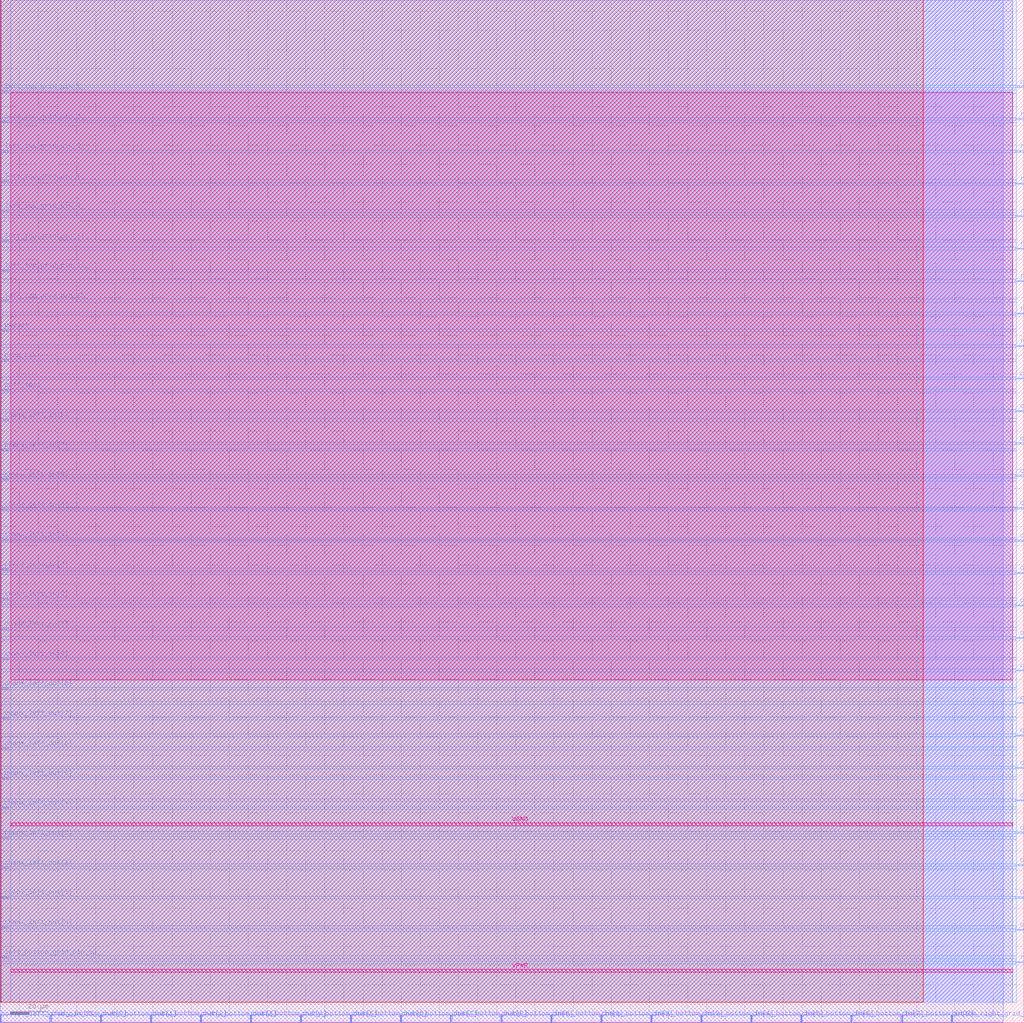
<source format=lef>
VERSION 5.7 ;
  NAMESCASESENSITIVE ON ;
  NOWIREEXTENSIONATPIN ON ;
  DIVIDERCHAR "/" ;
  BUSBITCHARS "[]" ;
UNITS
  DATABASE MICRONS 200 ;
END UNITS

MACRO sb_1__3_
  CLASS BLOCK ;
  FOREIGN sb_1__3_ ;
  ORIGIN 0.000 0.000 ;
  SIZE 536.095 BY 536.080 ;
  PIN left_bottom_grid_pin_12_
    DIRECTION INPUT ;
    PORT
      LAYER met3 ;
        RECT 0.000 34.040 4.000 34.640 ;
    END
  END left_bottom_grid_pin_12_
  PIN chanx_left_out[0]
    DIRECTION OUTPUT TRISTATE ;
    PORT
      LAYER met3 ;
        RECT 0.000 49.680 4.000 50.280 ;
    END
  END chanx_left_out[0]
  PIN chanx_left_out[1]
    DIRECTION OUTPUT TRISTATE ;
    PORT
      LAYER met3 ;
        RECT 0.000 65.320 4.000 65.920 ;
    END
  END chanx_left_out[1]
  PIN chanx_left_out[2]
    DIRECTION OUTPUT TRISTATE ;
    PORT
      LAYER met3 ;
        RECT 0.000 80.960 4.000 81.560 ;
    END
  END chanx_left_out[2]
  PIN chanx_left_out[3]
    DIRECTION OUTPUT TRISTATE ;
    PORT
      LAYER met3 ;
        RECT 0.000 96.600 4.000 97.200 ;
    END
  END chanx_left_out[3]
  PIN chanx_left_out[4]
    DIRECTION OUTPUT TRISTATE ;
    PORT
      LAYER met3 ;
        RECT 0.000 112.240 4.000 112.840 ;
    END
  END chanx_left_out[4]
  PIN chanx_left_out[5]
    DIRECTION OUTPUT TRISTATE ;
    PORT
      LAYER met3 ;
        RECT 0.000 127.880 4.000 128.480 ;
    END
  END chanx_left_out[5]
  PIN chanx_left_out[6]
    DIRECTION OUTPUT TRISTATE ;
    PORT
      LAYER met3 ;
        RECT 0.000 143.520 4.000 144.120 ;
    END
  END chanx_left_out[6]
  PIN chanx_left_out[7]
    DIRECTION OUTPUT TRISTATE ;
    PORT
      LAYER met3 ;
        RECT 0.000 159.160 4.000 159.760 ;
    END
  END chanx_left_out[7]
  PIN chanx_left_out[8]
    DIRECTION OUTPUT TRISTATE ;
    PORT
      LAYER met3 ;
        RECT 0.000 174.800 4.000 175.400 ;
    END
  END chanx_left_out[8]
  PIN chanx_left_in[0]
    DIRECTION INPUT ;
    PORT
      LAYER met3 ;
        RECT 0.000 190.440 4.000 191.040 ;
    END
  END chanx_left_in[0]
  PIN chanx_left_in[1]
    DIRECTION INPUT ;
    PORT
      LAYER met3 ;
        RECT 0.000 206.080 4.000 206.680 ;
    END
  END chanx_left_in[1]
  PIN chanx_left_in[2]
    DIRECTION INPUT ;
    PORT
      LAYER met3 ;
        RECT 0.000 221.720 4.000 222.320 ;
    END
  END chanx_left_in[2]
  PIN chanx_left_in[3]
    DIRECTION INPUT ;
    PORT
      LAYER met3 ;
        RECT 0.000 237.360 4.000 237.960 ;
    END
  END chanx_left_in[3]
  PIN chanx_left_in[4]
    DIRECTION INPUT ;
    PORT
      LAYER met3 ;
        RECT 0.000 253.000 4.000 253.600 ;
    END
  END chanx_left_in[4]
  PIN chanx_left_in[5]
    DIRECTION INPUT ;
    PORT
      LAYER met3 ;
        RECT 0.000 268.640 4.000 269.240 ;
    END
  END chanx_left_in[5]
  PIN chanx_left_in[6]
    DIRECTION INPUT ;
    PORT
      LAYER met3 ;
        RECT 0.000 284.280 4.000 284.880 ;
    END
  END chanx_left_in[6]
  PIN chanx_left_in[7]
    DIRECTION INPUT ;
    PORT
      LAYER met3 ;
        RECT 0.000 299.920 4.000 300.520 ;
    END
  END chanx_left_in[7]
  PIN chanx_left_in[8]
    DIRECTION INPUT ;
    PORT
      LAYER met3 ;
        RECT 0.000 315.560 4.000 316.160 ;
    END
  END chanx_left_in[8]
  PIN ccff_tail
    DIRECTION OUTPUT TRISTATE ;
    PORT
      LAYER met3 ;
        RECT 0.000 331.200 4.000 331.800 ;
    END
  END ccff_tail
  PIN prog_clk
    DIRECTION INPUT ;
    PORT
      LAYER met3 ;
        RECT 0.000 346.840 4.000 347.440 ;
    END
  END prog_clk
  PIN pReset
    DIRECTION INPUT ;
    PORT
      LAYER met3 ;
        RECT 0.000 362.480 4.000 363.080 ;
    END
  END pReset
  PIN left_top_grid_pin_15_
    DIRECTION INPUT ;
    PORT
      LAYER met3 ;
        RECT 0.000 378.120 4.000 378.720 ;
    END
  END left_top_grid_pin_15_
  PIN left_top_grid_pin_13_
    DIRECTION INPUT ;
    PORT
      LAYER met3 ;
        RECT 0.000 393.760 4.000 394.360 ;
    END
  END left_top_grid_pin_13_
  PIN left_top_grid_pin_11_
    DIRECTION INPUT ;
    PORT
      LAYER met3 ;
        RECT 0.000 409.400 4.000 410.000 ;
    END
  END left_top_grid_pin_11_
  PIN left_top_grid_pin_9_
    DIRECTION INPUT ;
    PORT
      LAYER met3 ;
        RECT 0.000 425.040 4.000 425.640 ;
    END
  END left_top_grid_pin_9_
  PIN left_top_grid_pin_7_
    DIRECTION INPUT ;
    PORT
      LAYER met3 ;
        RECT 0.000 440.680 4.000 441.280 ;
    END
  END left_top_grid_pin_7_
  PIN left_top_grid_pin_5_
    DIRECTION INPUT ;
    PORT
      LAYER met3 ;
        RECT 0.000 456.320 4.000 456.920 ;
    END
  END left_top_grid_pin_5_
  PIN left_top_grid_pin_3_
    DIRECTION INPUT ;
    PORT
      LAYER met3 ;
        RECT 0.000 471.960 4.000 472.560 ;
    END
  END left_top_grid_pin_3_
  PIN left_top_grid_pin_1_
    DIRECTION INPUT ;
    PORT
      LAYER met3 ;
        RECT 0.000 487.600 4.000 488.200 ;
    END
  END left_top_grid_pin_1_
  PIN right_bottom_grid_pin_12_
    DIRECTION INPUT ;
    PORT
      LAYER met3 ;
        RECT 532.095 31.320 536.095 31.920 ;
    END
  END right_bottom_grid_pin_12_
  PIN chanx_right_out[0]
    DIRECTION OUTPUT TRISTATE ;
    PORT
      LAYER met3 ;
        RECT 532.095 48.320 536.095 48.920 ;
    END
  END chanx_right_out[0]
  PIN chanx_right_out[1]
    DIRECTION OUTPUT TRISTATE ;
    PORT
      LAYER met3 ;
        RECT 532.095 65.320 536.095 65.920 ;
    END
  END chanx_right_out[1]
  PIN chanx_right_out[2]
    DIRECTION OUTPUT TRISTATE ;
    PORT
      LAYER met3 ;
        RECT 532.095 82.320 536.095 82.920 ;
    END
  END chanx_right_out[2]
  PIN chanx_right_out[3]
    DIRECTION OUTPUT TRISTATE ;
    PORT
      LAYER met3 ;
        RECT 532.095 99.320 536.095 99.920 ;
    END
  END chanx_right_out[3]
  PIN chanx_right_out[4]
    DIRECTION OUTPUT TRISTATE ;
    PORT
      LAYER met3 ;
        RECT 532.095 116.320 536.095 116.920 ;
    END
  END chanx_right_out[4]
  PIN chanx_right_out[5]
    DIRECTION OUTPUT TRISTATE ;
    PORT
      LAYER met3 ;
        RECT 532.095 133.320 536.095 133.920 ;
    END
  END chanx_right_out[5]
  PIN chanx_right_out[6]
    DIRECTION OUTPUT TRISTATE ;
    PORT
      LAYER met3 ;
        RECT 532.095 150.320 536.095 150.920 ;
    END
  END chanx_right_out[6]
  PIN chanx_right_out[7]
    DIRECTION OUTPUT TRISTATE ;
    PORT
      LAYER met3 ;
        RECT 532.095 167.320 536.095 167.920 ;
    END
  END chanx_right_out[7]
  PIN chanx_right_out[8]
    DIRECTION OUTPUT TRISTATE ;
    PORT
      LAYER met3 ;
        RECT 532.095 184.320 536.095 184.920 ;
    END
  END chanx_right_out[8]
  PIN chanx_right_in[0]
    DIRECTION INPUT ;
    PORT
      LAYER met3 ;
        RECT 532.095 201.320 536.095 201.920 ;
    END
  END chanx_right_in[0]
  PIN chanx_right_in[1]
    DIRECTION INPUT ;
    PORT
      LAYER met3 ;
        RECT 532.095 218.320 536.095 218.920 ;
    END
  END chanx_right_in[1]
  PIN chanx_right_in[2]
    DIRECTION INPUT ;
    PORT
      LAYER met3 ;
        RECT 532.095 235.320 536.095 235.920 ;
    END
  END chanx_right_in[2]
  PIN chanx_right_in[3]
    DIRECTION INPUT ;
    PORT
      LAYER met3 ;
        RECT 532.095 252.320 536.095 252.920 ;
    END
  END chanx_right_in[3]
  PIN chanx_right_in[4]
    DIRECTION INPUT ;
    PORT
      LAYER met3 ;
        RECT 532.095 269.320 536.095 269.920 ;
    END
  END chanx_right_in[4]
  PIN chanx_right_in[5]
    DIRECTION INPUT ;
    PORT
      LAYER met3 ;
        RECT 532.095 286.320 536.095 286.920 ;
    END
  END chanx_right_in[5]
  PIN chanx_right_in[6]
    DIRECTION INPUT ;
    PORT
      LAYER met3 ;
        RECT 532.095 303.320 536.095 303.920 ;
    END
  END chanx_right_in[6]
  PIN chanx_right_in[7]
    DIRECTION INPUT ;
    PORT
      LAYER met3 ;
        RECT 532.095 320.320 536.095 320.920 ;
    END
  END chanx_right_in[7]
  PIN chanx_right_in[8]
    DIRECTION INPUT ;
    PORT
      LAYER met3 ;
        RECT 532.095 337.320 536.095 337.920 ;
    END
  END chanx_right_in[8]
  PIN right_top_grid_pin_15_
    DIRECTION INPUT ;
    PORT
      LAYER met3 ;
        RECT 532.095 354.320 536.095 354.920 ;
    END
  END right_top_grid_pin_15_
  PIN right_top_grid_pin_13_
    DIRECTION INPUT ;
    PORT
      LAYER met3 ;
        RECT 532.095 371.320 536.095 371.920 ;
    END
  END right_top_grid_pin_13_
  PIN right_top_grid_pin_11_
    DIRECTION INPUT ;
    PORT
      LAYER met3 ;
        RECT 532.095 388.320 536.095 388.920 ;
    END
  END right_top_grid_pin_11_
  PIN right_top_grid_pin_9_
    DIRECTION INPUT ;
    PORT
      LAYER met3 ;
        RECT 532.095 405.320 536.095 405.920 ;
    END
  END right_top_grid_pin_9_
  PIN right_top_grid_pin_7_
    DIRECTION INPUT ;
    PORT
      LAYER met3 ;
        RECT 532.095 422.320 536.095 422.920 ;
    END
  END right_top_grid_pin_7_
  PIN right_top_grid_pin_5_
    DIRECTION INPUT ;
    PORT
      LAYER met3 ;
        RECT 532.095 439.320 536.095 439.920 ;
    END
  END right_top_grid_pin_5_
  PIN right_top_grid_pin_3_
    DIRECTION INPUT ;
    PORT
      LAYER met3 ;
        RECT 532.095 456.320 536.095 456.920 ;
    END
  END right_top_grid_pin_3_
  PIN right_top_grid_pin_1_
    DIRECTION INPUT ;
    PORT
      LAYER met3 ;
        RECT 532.095 473.320 536.095 473.920 ;
    END
  END right_top_grid_pin_1_
  PIN ccff_head
    DIRECTION INPUT ;
    PORT
      LAYER met3 ;
        RECT 532.095 490.320 536.095 490.920 ;
    END
  END ccff_head
  PIN bottom_left_grid_pin_13_
    DIRECTION INPUT ;
    PORT
      LAYER met2 ;
        RECT 0.090 0.000 0.370 4.000 ;
    END
  END bottom_left_grid_pin_13_
  PIN chany_bottom_out[0]
    DIRECTION OUTPUT TRISTATE ;
    PORT
      LAYER met2 ;
        RECT 26.310 0.000 26.590 4.000 ;
    END
  END chany_bottom_out[0]
  PIN chany_bottom_out[1]
    DIRECTION OUTPUT TRISTATE ;
    PORT
      LAYER met2 ;
        RECT 52.530 0.000 52.810 4.000 ;
    END
  END chany_bottom_out[1]
  PIN chany_bottom_out[2]
    DIRECTION OUTPUT TRISTATE ;
    PORT
      LAYER met2 ;
        RECT 78.750 0.000 79.030 4.000 ;
    END
  END chany_bottom_out[2]
  PIN chany_bottom_out[3]
    DIRECTION OUTPUT TRISTATE ;
    PORT
      LAYER met2 ;
        RECT 104.970 0.000 105.250 4.000 ;
    END
  END chany_bottom_out[3]
  PIN chany_bottom_out[4]
    DIRECTION OUTPUT TRISTATE ;
    PORT
      LAYER met2 ;
        RECT 131.190 0.000 131.470 4.000 ;
    END
  END chany_bottom_out[4]
  PIN chany_bottom_out[5]
    DIRECTION OUTPUT TRISTATE ;
    PORT
      LAYER met2 ;
        RECT 157.410 0.000 157.690 4.000 ;
    END
  END chany_bottom_out[5]
  PIN chany_bottom_out[6]
    DIRECTION OUTPUT TRISTATE ;
    PORT
      LAYER met2 ;
        RECT 183.630 0.000 183.910 4.000 ;
    END
  END chany_bottom_out[6]
  PIN chany_bottom_out[7]
    DIRECTION OUTPUT TRISTATE ;
    PORT
      LAYER met2 ;
        RECT 209.850 0.000 210.130 4.000 ;
    END
  END chany_bottom_out[7]
  PIN chany_bottom_out[8]
    DIRECTION OUTPUT TRISTATE ;
    PORT
      LAYER met2 ;
        RECT 236.070 0.000 236.350 4.000 ;
    END
  END chany_bottom_out[8]
  PIN chany_bottom_in[0]
    DIRECTION INPUT ;
    PORT
      LAYER met2 ;
        RECT 262.290 0.000 262.570 4.000 ;
    END
  END chany_bottom_in[0]
  PIN chany_bottom_in[1]
    DIRECTION INPUT ;
    PORT
      LAYER met2 ;
        RECT 288.510 0.000 288.790 4.000 ;
    END
  END chany_bottom_in[1]
  PIN chany_bottom_in[2]
    DIRECTION INPUT ;
    PORT
      LAYER met2 ;
        RECT 314.730 0.000 315.010 4.000 ;
    END
  END chany_bottom_in[2]
  PIN chany_bottom_in[3]
    DIRECTION INPUT ;
    PORT
      LAYER met2 ;
        RECT 340.950 0.000 341.230 4.000 ;
    END
  END chany_bottom_in[3]
  PIN chany_bottom_in[4]
    DIRECTION INPUT ;
    PORT
      LAYER met2 ;
        RECT 367.170 0.000 367.450 4.000 ;
    END
  END chany_bottom_in[4]
  PIN chany_bottom_in[5]
    DIRECTION INPUT ;
    PORT
      LAYER met2 ;
        RECT 393.390 0.000 393.670 4.000 ;
    END
  END chany_bottom_in[5]
  PIN chany_bottom_in[6]
    DIRECTION INPUT ;
    PORT
      LAYER met2 ;
        RECT 419.610 0.000 419.890 4.000 ;
    END
  END chany_bottom_in[6]
  PIN chany_bottom_in[7]
    DIRECTION INPUT ;
    PORT
      LAYER met2 ;
        RECT 445.830 0.000 446.110 4.000 ;
    END
  END chany_bottom_in[7]
  PIN chany_bottom_in[8]
    DIRECTION INPUT ;
    PORT
      LAYER met2 ;
        RECT 472.050 0.000 472.330 4.000 ;
    END
  END chany_bottom_in[8]
  PIN bottom_right_grid_pin_11_
    DIRECTION INPUT ;
    PORT
      LAYER met2 ;
        RECT 498.270 0.000 498.550 4.000 ;
    END
  END bottom_right_grid_pin_11_
  PIN VPWR
    DIRECTION INPUT ;
    USE POWER ;
    PORT
      LAYER met5 ;
        RECT 5.520 26.490 530.380 28.090 ;
    END
  END VPWR
  PIN VGND
    DIRECTION INPUT ;
    USE GROUND ;
    PORT
      LAYER met5 ;
        RECT 5.520 103.080 530.380 104.680 ;
    END
  END VGND
  OBS
      LAYER li1 ;
        RECT 5.520 10.795 530.380 535.925 ;
      LAYER met1 ;
        RECT 0.530 10.640 530.380 536.080 ;
      LAYER met2 ;
        RECT 0.090 4.280 525.230 536.080 ;
        RECT 0.650 0.270 26.030 4.280 ;
        RECT 26.870 0.270 52.250 4.280 ;
        RECT 53.090 0.270 78.470 4.280 ;
        RECT 79.310 0.270 104.690 4.280 ;
        RECT 105.530 0.270 130.910 4.280 ;
        RECT 131.750 0.270 157.130 4.280 ;
        RECT 157.970 0.270 183.350 4.280 ;
        RECT 184.190 0.270 209.570 4.280 ;
        RECT 210.410 0.270 235.790 4.280 ;
        RECT 236.630 0.270 262.010 4.280 ;
        RECT 262.850 0.270 288.230 4.280 ;
        RECT 289.070 0.270 314.450 4.280 ;
        RECT 315.290 0.270 340.670 4.280 ;
        RECT 341.510 0.270 366.890 4.280 ;
        RECT 367.730 0.270 393.110 4.280 ;
        RECT 393.950 0.270 419.330 4.280 ;
        RECT 420.170 0.270 445.550 4.280 ;
        RECT 446.390 0.270 471.770 4.280 ;
        RECT 472.610 0.270 497.990 4.280 ;
        RECT 498.830 0.270 525.230 4.280 ;
      LAYER met3 ;
        RECT 0.065 491.320 532.095 536.005 ;
        RECT 0.065 489.920 531.695 491.320 ;
        RECT 0.065 488.600 532.095 489.920 ;
        RECT 4.400 487.200 532.095 488.600 ;
        RECT 0.065 474.320 532.095 487.200 ;
        RECT 0.065 472.960 531.695 474.320 ;
        RECT 4.400 472.920 531.695 472.960 ;
        RECT 4.400 471.560 532.095 472.920 ;
        RECT 0.065 457.320 532.095 471.560 ;
        RECT 4.400 455.920 531.695 457.320 ;
        RECT 0.065 441.680 532.095 455.920 ;
        RECT 4.400 440.320 532.095 441.680 ;
        RECT 4.400 440.280 531.695 440.320 ;
        RECT 0.065 438.920 531.695 440.280 ;
        RECT 0.065 426.040 532.095 438.920 ;
        RECT 4.400 424.640 532.095 426.040 ;
        RECT 0.065 423.320 532.095 424.640 ;
        RECT 0.065 421.920 531.695 423.320 ;
        RECT 0.065 410.400 532.095 421.920 ;
        RECT 4.400 409.000 532.095 410.400 ;
        RECT 0.065 406.320 532.095 409.000 ;
        RECT 0.065 404.920 531.695 406.320 ;
        RECT 0.065 394.760 532.095 404.920 ;
        RECT 4.400 393.360 532.095 394.760 ;
        RECT 0.065 389.320 532.095 393.360 ;
        RECT 0.065 387.920 531.695 389.320 ;
        RECT 0.065 379.120 532.095 387.920 ;
        RECT 4.400 377.720 532.095 379.120 ;
        RECT 0.065 372.320 532.095 377.720 ;
        RECT 0.065 370.920 531.695 372.320 ;
        RECT 0.065 363.480 532.095 370.920 ;
        RECT 4.400 362.080 532.095 363.480 ;
        RECT 0.065 355.320 532.095 362.080 ;
        RECT 0.065 353.920 531.695 355.320 ;
        RECT 0.065 347.840 532.095 353.920 ;
        RECT 4.400 346.440 532.095 347.840 ;
        RECT 0.065 338.320 532.095 346.440 ;
        RECT 0.065 336.920 531.695 338.320 ;
        RECT 0.065 332.200 532.095 336.920 ;
        RECT 4.400 330.800 532.095 332.200 ;
        RECT 0.065 321.320 532.095 330.800 ;
        RECT 0.065 319.920 531.695 321.320 ;
        RECT 0.065 316.560 532.095 319.920 ;
        RECT 4.400 315.160 532.095 316.560 ;
        RECT 0.065 304.320 532.095 315.160 ;
        RECT 0.065 302.920 531.695 304.320 ;
        RECT 0.065 300.920 532.095 302.920 ;
        RECT 4.400 299.520 532.095 300.920 ;
        RECT 0.065 287.320 532.095 299.520 ;
        RECT 0.065 285.920 531.695 287.320 ;
        RECT 0.065 285.280 532.095 285.920 ;
        RECT 4.400 283.880 532.095 285.280 ;
        RECT 0.065 270.320 532.095 283.880 ;
        RECT 0.065 269.640 531.695 270.320 ;
        RECT 4.400 268.920 531.695 269.640 ;
        RECT 4.400 268.240 532.095 268.920 ;
        RECT 0.065 254.000 532.095 268.240 ;
        RECT 4.400 253.320 532.095 254.000 ;
        RECT 4.400 252.600 531.695 253.320 ;
        RECT 0.065 251.920 531.695 252.600 ;
        RECT 0.065 238.360 532.095 251.920 ;
        RECT 4.400 236.960 532.095 238.360 ;
        RECT 0.065 236.320 532.095 236.960 ;
        RECT 0.065 234.920 531.695 236.320 ;
        RECT 0.065 222.720 532.095 234.920 ;
        RECT 4.400 221.320 532.095 222.720 ;
        RECT 0.065 219.320 532.095 221.320 ;
        RECT 0.065 217.920 531.695 219.320 ;
        RECT 0.065 207.080 532.095 217.920 ;
        RECT 4.400 205.680 532.095 207.080 ;
        RECT 0.065 202.320 532.095 205.680 ;
        RECT 0.065 200.920 531.695 202.320 ;
        RECT 0.065 191.440 532.095 200.920 ;
        RECT 4.400 190.040 532.095 191.440 ;
        RECT 0.065 185.320 532.095 190.040 ;
        RECT 0.065 183.920 531.695 185.320 ;
        RECT 0.065 175.800 532.095 183.920 ;
        RECT 4.400 174.400 532.095 175.800 ;
        RECT 0.065 168.320 532.095 174.400 ;
        RECT 0.065 166.920 531.695 168.320 ;
        RECT 0.065 160.160 532.095 166.920 ;
        RECT 4.400 158.760 532.095 160.160 ;
        RECT 0.065 151.320 532.095 158.760 ;
        RECT 0.065 149.920 531.695 151.320 ;
        RECT 0.065 144.520 532.095 149.920 ;
        RECT 4.400 143.120 532.095 144.520 ;
        RECT 0.065 134.320 532.095 143.120 ;
        RECT 0.065 132.920 531.695 134.320 ;
        RECT 0.065 128.880 532.095 132.920 ;
        RECT 4.400 127.480 532.095 128.880 ;
        RECT 0.065 117.320 532.095 127.480 ;
        RECT 0.065 115.920 531.695 117.320 ;
        RECT 0.065 113.240 532.095 115.920 ;
        RECT 4.400 111.840 532.095 113.240 ;
        RECT 0.065 100.320 532.095 111.840 ;
        RECT 0.065 98.920 531.695 100.320 ;
        RECT 0.065 97.600 532.095 98.920 ;
        RECT 4.400 96.200 532.095 97.600 ;
        RECT 0.065 83.320 532.095 96.200 ;
        RECT 0.065 81.960 531.695 83.320 ;
        RECT 4.400 81.920 531.695 81.960 ;
        RECT 4.400 80.560 532.095 81.920 ;
        RECT 0.065 66.320 532.095 80.560 ;
        RECT 4.400 64.920 531.695 66.320 ;
        RECT 0.065 50.680 532.095 64.920 ;
        RECT 4.400 49.320 532.095 50.680 ;
        RECT 4.400 49.280 531.695 49.320 ;
        RECT 0.065 47.920 531.695 49.280 ;
        RECT 0.065 35.040 532.095 47.920 ;
        RECT 4.400 33.640 532.095 35.040 ;
        RECT 0.065 32.320 532.095 33.640 ;
        RECT 0.065 30.920 531.695 32.320 ;
        RECT 0.065 10.715 532.095 30.920 ;
      LAYER met4 ;
        RECT 0.295 10.640 483.440 536.080 ;
      LAYER met5 ;
        RECT 5.520 179.670 530.380 487.630 ;
  END
END sb_1__3_
END LIBRARY


</source>
